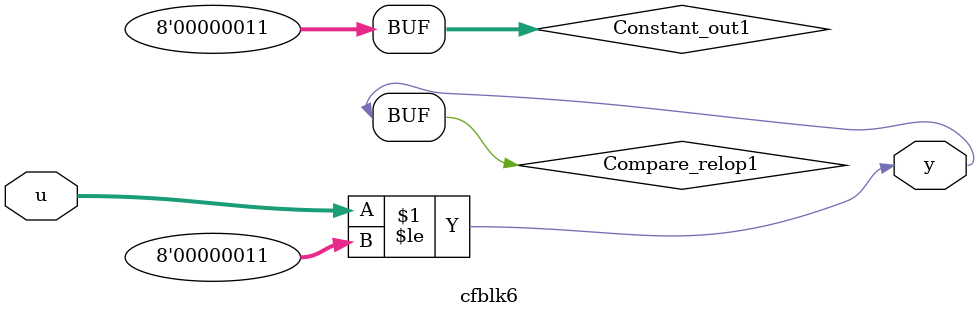
<source format=v>



`timescale 1 ns / 1 ns

module cfblk6
          (u,
           y);


  input   [7:0] u;  // uint8
  output  y;


  wire [7:0] Constant_out1;  // uint8
  wire Compare_relop1;


  assign Constant_out1 = 8'b00000011;



  assign Compare_relop1 = u <= Constant_out1;



  assign y = Compare_relop1;

endmodule  // cfblk6


</source>
